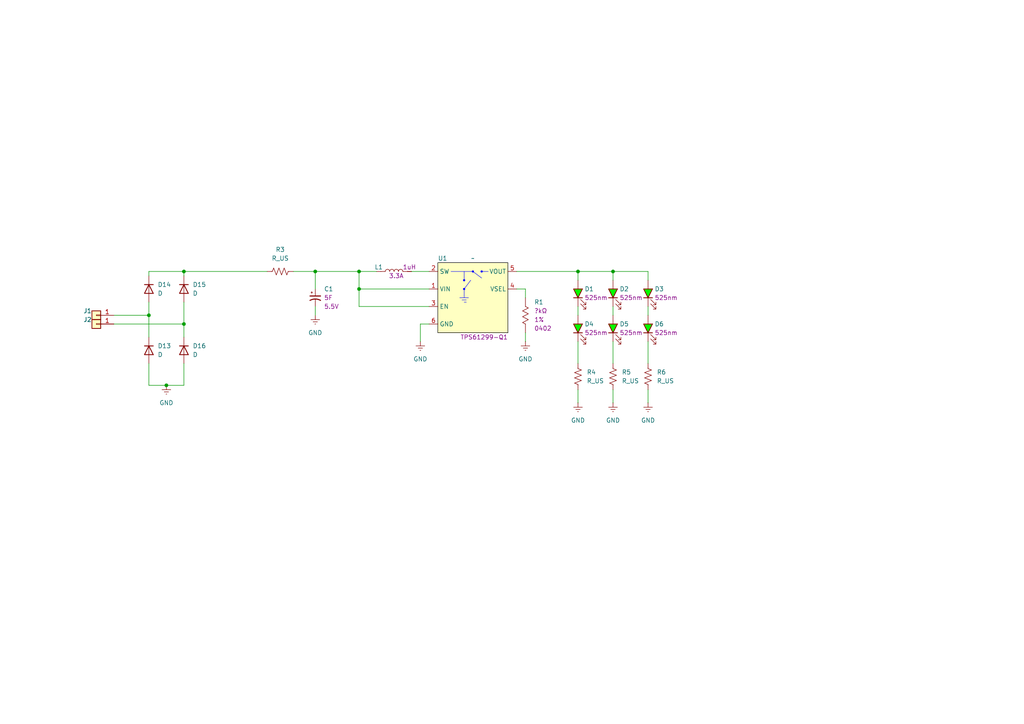
<source format=kicad_sch>
(kicad_sch (version 20250114) (generator "eeschema") (generator_version "9.0")
  (paper "A4")
  (lib_symbols
    (symbol "Connector_Generic:Conn_01x01" (pin_names (offset 1.016) (hide yes))
      (property "Reference" "J" (at 0 2.54 0))
      (property "Value" "Conn_01x01" (at 0 -2.54 0))
      (symbol "Conn_01x01_1_1"
        (rectangle (start -1.27 1.27) (end 1.27 -1.27) (stroke (width 0.254)) (fill (type background)))
        (rectangle (start -1.27 0.127) (end 0 -0.127) (stroke (width 0.1524)))
        (pin passive line (at -5.08 0 0) (length 3.81) (name "Pin_1") (number "1"))
      )
    )
    (symbol "Device:D" (pin_numbers (hide yes)) (pin_names (offset 1.016) (hide yes))
      (property "Reference" "D" (at 0 2.54 0))
      (property "Value" "D" (at 0 -2.54 0))
      (symbol "D_0_1"
        (polyline (pts (xy -1.27 1.27) (xy -1.27 -1.27)) (stroke (width 0.254)))
        (polyline (pts (xy 1.27 1.27) (xy 1.27 -1.27) (xy -1.27 0) (xy 1.27 1.27)) (stroke (width 0.254)))
        (polyline (pts (xy 1.27 0) (xy -1.27 0)))
      )
      (symbol "D_1_1"
        (pin passive line (at -3.81 0 0) (length 2.54) (name "K") (number "1"))
        (pin passive line (at 3.81 0 180) (length 2.54) (name "A") (number "2"))
      )
    )
    (symbol "Device:R_US" (pin_numbers (hide yes)) (pin_names (offset 0))
      (property "Reference" "R" (at 2.54 0 90))
      (property "Value" "R_US" (at -2.54 0 90))
      (symbol "R_US_0_1"
        (polyline (pts (xy 0 2.286) (xy 0 2.54)))
        (polyline (pts (xy 0 2.286) (xy 1.016 1.905) (xy 0 1.524) (xy -1.016 1.143) (xy 0 0.762)))
        (polyline (pts (xy 0 0.762) (xy 1.016 0.381) (xy 0 0) (xy -1.016 -0.381) (xy 0 -0.762)))
        (polyline (pts (xy 0 -0.762) (xy 1.016 -1.143) (xy 0 -1.524) (xy -1.016 -1.905) (xy 0 -2.286)))
        (polyline (pts (xy 0 -2.286) (xy 0 -2.54)))
      )
      (symbol "R_US_1_1"
        (pin passive line (at 0 3.81 270) (length 1.27) (name "~") (number "1"))
        (pin passive line (at 0 -3.81 90) (length 1.27) (name "~") (number "2"))
      )
    )
    (symbol "Prototype Schematic Symbols - Light Up Arrow:Capacitor EDLC 5F 5.5V Diameter=26mm Height=7mm Axial Can THT" (pin_numbers (hide yes)) (pin_names (offset 0.254) (hide yes))
      (property "Reference" "C" (at 2.54 2.54 0))
      (property "Capacitance" "5F" (at 2.54 0 0))
      (property "Voltage" "5.5V" (at 2.54 -2.54 0))
      (symbol "Capacitor EDLC 5F 5.5V Diameter=26mm Height=7mm Axial Can THT_0_1"
        (polyline (pts (xy -1.524 0.508) (xy 1.524 0.508)) (stroke (width 0.3048)))
        (polyline (pts (xy -1.27 1.524) (xy -0.762 1.524)))
        (polyline (pts (xy -1.016 1.27) (xy -1.016 1.778)))
        (arc (start -1.524 -0.762) (mid 0 -0.3734) (end 1.524 -0.762) (stroke (width 0.3048)))
      )
      (symbol "Capacitor EDLC 5F 5.5V Diameter=26mm Height=7mm Axial Can THT_1_1"
        (pin passive line (at 0 2.54 270) (length 2.032) (name "~") (number "1"))
        (pin passive line (at 0 -2.54 90) (length 2.032) (name "~") (number "2"))
      )
    )
    (symbol "Prototype Schematic Symbols - Light Up Arrow:Inductor 1uH 3.3A 1008" (pin_numbers (hide yes)) (pin_names (offset 1.016) (hide yes))
      (property "Reference" "L?" (at -5.08 1.27 0))
      (property "Inductance" "1uH" (at 5.08 1.27 0))
      (property "Current Max" "3.3A" (at 0 -1.27 0))
      (symbol "Inductor 1uH 3.3A 1008_0_1"
        (polyline (pts (xy -2.54 0) (xy -3.81 0)))
        (arc (start -2.54 0) (mid -1.905 0.6323) (end -1.27 0))
        (arc (start -1.27 0) (mid -0.635 0.6323) (end 0 0))
        (arc (start 0 0) (mid 0.635 0.6323) (end 1.27 0))
        (arc (start 1.27 0) (mid 1.905 0.6323) (end 2.54 0))
        (polyline (pts (xy 5.08 0) (xy 2.54 0)))
      )
      (symbol "Inductor 1uH 3.3A 1008_1_1"
        (pin passive line (at -5.08 0 0) (length 1.27) (name "1") (number "1"))
        (pin passive line (at 5.08 0 180) (length 1.27) (name "2") (number "2"))
      )
    )
    (symbol "Prototype Schematic Symbols - Light Up Arrow:LED Green (525nm) 2.9V 20mA 16000mcd SMD-2" (pin_numbers (hide yes)) (pin_names (offset 1.016) (hide yes))
      (property "Reference" "D?" (at 1.905 2.54 0))
      (property "Wavelength" "525nm" (at 1.905 0 0))
      (symbol "LED Green (525nm) 2.9V 20mA 16000mcd SMD-2_0_1"
        (polyline (pts (xy 0.762 -0.508) (xy 2.286 -2.032) (xy 2.286 -1.27) (xy 2.286 -2.032) (xy 1.524 -2.032)))
        (polyline (pts (xy 0.762 -1.778) (xy 2.286 -3.302) (xy 2.286 -2.54) (xy 2.286 -3.302) (xy 1.524 -3.302)))
        (polyline (pts (xy 1.27 0) (xy -1.27 0)) (stroke (width 0.254)))
      )
      (symbol "LED Green (525nm) 2.9V 20mA 16000mcd SMD-2_1_1"
        (polyline (pts (xy 1.27 2.54) (xy -1.27 2.54) (xy 0 0) (xy 1.27 2.54)) (stroke (width 0.254)) (fill (type color) (color 0 255 0 1)))
        (pin passive line (at 0 5.08 270) (length 2.54) (name "A") (number "2"))
        (pin passive line (at 0 -2.54 90) (length 2.54) (name "K") (number "1"))
      )
    )
    (symbol "Prototype Schematic Symbols - Light Up Arrow:Regulator SMPS Boost Vin=0.5-5.5V Vout=1.8-5.5V 3MHz Options{colon} Auto-Pass Through, True Off"
      (property "Reference" "U" (at 0 1.27 0))
      (property "MPN" "TPS61299-Q1" (at 20.32 -21.59 0))
      (symbol "Regulator SMPS Boost Vin=0.5-5.5V Vout=1.8-5.5V 3MHz Options{colon} Auto-Pass Through, True Off_0_1"
        (polyline (pts (xy 3.81 -2.54) (xy 10.16 -2.54)) (stroke (width 0.127) (color 0 0 255 1)))
        (polyline (pts (xy 7.62 -2.54) (xy 7.62 -5.08)) (stroke (width 0.127) (color 0 0 255 1)))
        (circle (center 7.62 -5.08) (radius 0.254) (stroke (width 0.127) (color 0 0 255 1)) (fill (type outline)))
        (polyline (pts (xy 7.62 -7.62) (xy 7.62 -10.16)) (stroke (width 0.127) (color 0 0 255 1)))
        (polyline (pts (xy 7.62 -7.62) (xy 9.525 -5.08)) (stroke (width 0.127) (color 0 0 255 1)))
        (circle (center 7.62 -7.62) (radius 0.254) (stroke (width 0.127) (color 0 0 255 1)) (fill (type outline)))
        (polyline (pts (xy 8.255 -10.795) (xy 6.985 -10.795)) (stroke (width 0.127) (color 0 0 255 1)))
        (polyline (pts (xy 8.255 -11.43) (xy 7.62 -11.43)) (stroke (width 0.127) (color 0 0 255 1)))
        (polyline (pts (xy 8.89 -10.16) (xy 6.35 -10.16)) (stroke (width 0.127) (color 0 0 255 1)))
        (polyline (pts (xy 10.16 -2.54) (xy 12.7 -4.445)) (stroke (width 0.127) (color 0 0 255 1)))
        (circle (center 10.16 -2.54) (radius 0.254) (stroke (width 0.127) (color 0 0 255 1)) (fill (type outline)))
        (circle (center 12.7 -2.54) (radius 0.254) (stroke (width 0.127) (color 0 0 255 1)) (fill (type outline)))
        (polyline (pts (xy 14.605 -2.54) (xy 12.7 -2.54)) (stroke (width 0.127) (color 0 0 255 1)))
      )
      (symbol "Regulator SMPS Boost Vin=0.5-5.5V Vout=1.8-5.5V 3MHz Options{colon} Auto-Pass Through, True Off_1_1"
        (rectangle (start 0 0) (end 20.32 -20.32) (stroke (width 0) (color 0 0 0 1)) (fill (type color) (color 255 255 194 1)))
        (pin power_in line (at -2.54 -2.54 0) (length 2.54) (name "SW") (number "2"))
        (pin power_in line (at -2.54 -7.62 0) (length 2.54) (name "VIN") (number "1"))
        (pin input line (at -2.54 -12.7 0) (length 2.54) (name "EN") (number "3"))
        (pin power_out line (at -2.54 -17.78 0) (length 2.54) (name "GND") (number "6"))
        (pin power_out line (at 22.86 -2.54 180) (length 2.54) (name "VOUT") (number "5"))
        (pin input line (at 22.86 -7.62 180) (length 2.54) (name "VSEL") (number "4"))
      )
    )
    (symbol "Prototype Schematic Symbols - Light Up Arrow:Resistor 1k 0402 1%" (pin_numbers (hide yes))
      (property "Reference" "R" (at 2.54 3.8101 0))
      (property "Resistance" "?kΩ" (at 2.54 1.2701 0))
      (property "Package" "0402" (at 2.54 -3.81 0))
      (property "Tolerance" "1%" (at 2.54 -1.2699 0))
      (symbol "Resistor 1k 0402 1%_0_1"
        (polyline (pts (xy 0.0003 2.5396) (xy 0.8469 2.1163) (xy -0.8463 1.2697) (xy 0.8469 0.4231) (xy -0.8463 -0.4235) (xy 0.8469 -1.2701) (xy -0.8463 -2.1167) (xy 0.0003 -2.54)))
      )
      (symbol "Resistor 1k 0402 1%_1_1"
        (pin bidirectional line (at 0 5.08 270) (length 2.54) (name "") (number "1"))
        (pin bidirectional line (at 0 -5.08 90) (length 2.54) (name "") (number "2"))
      )
    )
    (symbol "power:GNDREF" (power) (pin_numbers (hide yes)) (pin_names (offset 0) (hide yes))
      (property "Value" "GNDREF" (at 0 -3.81 0))
      (symbol "GNDREF_0_1"
        (polyline (pts (xy -0.635 -1.905) (xy 0.635 -1.905)))
        (polyline (pts (xy -0.127 -2.54) (xy 0.127 -2.54)))
        (polyline (pts (xy 0 -1.27) (xy 0 0)))
        (polyline (pts (xy 1.27 -1.27) (xy -1.27 -1.27)))
      )
      (symbol "GNDREF_1_1"
        (pin power_in line (at 0 0 270) (length 0) (name "~") (number "1"))
      )
    )
  )
  (junction (at 167.64 78.74))
  (junction (at 177.8 78.74))
  (junction (at 91.44 78.74))
  (junction (at 43.18 91.44))
  (junction (at 104.14 83.82))
  (junction (at 53.34 93.98))
  (junction (at 104.14 78.74))
  (junction (at 48.26 111.76))
  (junction (at 53.34 78.74))
  (wire (pts (xy 53.34 87.63) (xy 53.34 93.98)))
  (wire (pts (xy 104.14 88.9) (xy 104.14 83.82)))
  (wire (pts (xy 167.64 88.9) (xy 167.64 91.44)))
  (wire (pts (xy 167.64 113.03) (xy 167.64 116.84)))
  (wire (pts (xy 187.96 99.06) (xy 187.96 105.41)))
  (wire (pts (xy 187.96 113.03) (xy 187.96 116.84)))
  (wire (pts (xy 177.8 88.9) (xy 177.8 91.44)))
  (wire (pts (xy 167.64 78.74) (xy 177.8 78.74)))
  (wire (pts (xy 53.34 78.74) (xy 77.47 78.74)))
  (wire (pts (xy 167.64 99.06) (xy 167.64 105.41)))
  (wire (pts (xy 53.34 105.41) (xy 53.34 111.76)))
  (wire (pts (xy 104.14 83.82) (xy 104.14 78.74)))
  (wire (pts (xy 43.18 78.74) (xy 53.34 78.74)))
  (wire (pts (xy 177.8 99.06) (xy 177.8 105.41)))
  (wire (pts (xy 152.4 96.52) (xy 152.4 99.06)))
  (wire (pts (xy 91.44 78.74) (xy 91.44 83.82)))
  (wire (pts (xy 43.18 105.41) (xy 43.18 111.76)))
  (wire (pts (xy 177.8 78.74) (xy 187.96 78.74)))
  (wire (pts (xy 119.38 78.74) (xy 124.46 78.74)))
  (wire (pts (xy 152.4 83.82) (xy 149.86 83.82)))
  (wire (pts (xy 43.18 78.74) (xy 43.18 80.01)))
  (wire (pts (xy 43.18 91.44) (xy 43.18 97.79)))
  (wire (pts (xy 187.96 78.74) (xy 187.96 81.28)))
  (wire (pts (xy 152.4 86.36) (xy 152.4 83.82)))
  (wire (pts (xy 187.96 88.9) (xy 187.96 91.44)))
  (wire (pts (xy 85.09 78.74) (xy 91.44 78.74)))
  (wire (pts (xy 43.18 87.63) (xy 43.18 91.44)))
  (wire (pts (xy 124.46 83.82) (xy 104.14 83.82)))
  (wire (pts (xy 177.8 78.74) (xy 177.8 81.28)))
  (wire (pts (xy 91.44 88.9) (xy 91.44 91.44)))
  (wire (pts (xy 91.44 78.74) (xy 104.14 78.74)))
  (wire (pts (xy 104.14 88.9) (xy 124.46 88.9)))
  (wire (pts (xy 177.8 113.03) (xy 177.8 116.84)))
  (wire (pts (xy 33.02 91.44) (xy 43.18 91.44)))
  (wire (pts (xy 121.92 93.98) (xy 121.92 99.06)))
  (wire (pts (xy 33.02 93.98) (xy 53.34 93.98)))
  (wire (pts (xy 104.14 78.74) (xy 109.22 78.74)))
  (wire (pts (xy 43.18 111.76) (xy 48.26 111.76)))
  (wire (pts (xy 167.64 78.74) (xy 149.86 78.74)))
  (wire (pts (xy 53.34 111.76) (xy 48.26 111.76)))
  (wire (pts (xy 53.34 93.98) (xy 53.34 97.79)))
  (wire (pts (xy 167.64 78.74) (xy 167.64 81.28)))
  (wire (pts (xy 124.46 93.98) (xy 121.92 93.98)))
  (wire (pts (xy 53.34 78.74) (xy 53.34 80.01)))
  (symbol (lib_id "power:GNDREF") (at 48.26 111.76 0) (unit 1)
    (property "Reference" "#PWR09" (effects (hide yes)))
    (property "Value" "GND" (at 48.26 116.84 0))
    (property "Description" "Power symbol creates a global label with name \"GNDREF\" , reference supply ground" (effects (hide yes)))
  )
  (symbol (lib_id "Prototype Schematic Symbols - Light Up Arrow:LED Green (525nm) 2.9V 20mA 16000mcd SMD-2") (at 167.64 96.52 0) (unit 1)
    (property "Reference" "D4" (at 169.545 93.98 0) (effects (justify left)))
    (property "Value" "LED" (effects (hide yes)))
    (property "Footprint" "Vishay VLD.1232G Family LED" (effects (hide yes)))
    (property "Datasheet" "https://www.vishay.com/docs/80003/vldb1232.pdf" (effects (hide yes)))
    (property "Description" "Light emitting diode" (effects (hide yes)))
    (property "Manufacturer" "Vishay" (effects (hide yes)))
    (property "Manufacturer Part Number" "VLDTG1232G-08" (effects (hide yes)))
    (property "Wavelength" "525nm" (at 169.545 96.52 0) (effects (justify left)))
  )
  (symbol (lib_id "Device:R_US") (at 187.96 109.22 180) (unit 1)
    (property "Reference" "R6" (at 190.5 107.9499 0) (effects (justify right)))
    (property "Value" "R_US" (at 190.5 110.4899 0) (effects (justify right)))
    (property "Footprint" "Resistor_SMD:R_0603_1608Metric" (effects (hide yes)))
    (property "Description" "Resistor, US symbol" (effects (hide yes)))
  )
  (symbol (lib_id "Prototype Schematic Symbols - Light Up Arrow:Regulator SMPS Boost Vin=0.5-5.5V Vout=1.8-5.5V 3MHz Options{colon} Auto-Pass Through, True Off") (at 127 76.2 0) (unit 1)
    (property "Reference" "U1" (at 127 74.93 0) (effects (justify left)))
    (property "Value" "~" (at 137.16 74.93 0))
    (property "Footprint" "Package_TO_SOT_SMD:SOT-563" (effects (hide yes)))
    (property "Manufacturer" "Texas Instruments" (effects (hide yes)))
    (property "MPN" "TPS61299-Q1" (at 147.32 97.79 0) (effects (justify right)))
  )
  (symbol (lib_id "Prototype Schematic Symbols - Light Up Arrow:LED Green (525nm) 2.9V 20mA 16000mcd SMD-2") (at 167.64 86.36 0) (unit 1)
    (property "Reference" "D1" (at 169.545 83.82 0) (effects (justify left)))
    (property "Value" "LED" (effects (hide yes)))
    (property "Footprint" "Prototype Footprint - Light Up Arrow:Vishay VLD.1232G Family LED - Right Angle Edge Mount (Non-Standard)" (effects (hide yes)))
    (property "Datasheet" "https://www.vishay.com/docs/80003/vldb1232.pdf" (effects (hide yes)))
    (property "Description" "Light emitting diode" (effects (hide yes)))
    (property "Manufacturer" "Vishay" (effects (hide yes)))
    (property "Manufacturer Part Number" "VLDTG1232G-08" (effects (hide yes)))
    (property "Wavelength" "525nm" (at 169.545 86.36 0) (effects (justify left)))
  )
  (symbol (lib_id "power:GNDREF") (at 152.4 99.06 0) (unit 1)
    (property "Reference" "#PWR05" (effects (hide yes)))
    (property "Value" "GND" (at 152.4 104.14 0))
    (property "Description" "Power symbol creates a global label with name \"GNDREF\" , reference supply ground" (effects (hide yes)))
  )
  (symbol (lib_id "Device:R_US") (at 81.28 78.74 90) (unit 1)
    (property "Reference" "R3" (at 81.28 72.39 90))
    (property "Value" "R_US" (at 81.28 74.93 90))
    (property "Footprint" "Resistor_SMD:R_0603_1608Metric" (effects (hide yes)))
    (property "Description" "Resistor, US symbol" (effects (hide yes)))
  )
  (symbol (lib_id "Connector_Generic:Conn_01x01") (at 27.94 93.98 0) (mirror y) (unit 1)
    (property "Reference" "J2" (at 25.4 92.71 0))
    (property "Value" "Conn_01x01" (effects (hide yes)))
    (property "Footprint" "TestPoint:TestPoint_Loop_D1.80mm_Drill1.0mm_Beaded" (effects (hide yes)))
    (property "Description" "Generic connector, single row, 01x01, script generated (kicad-library-utils/schlib/autogen/connector/)" (effects (hide yes)))
  )
  (symbol (lib_id "Device:D") (at 43.18 83.82 270) (unit 1)
    (property "Reference" "D14" (at 45.72 82.5499 90) (effects (justify left)))
    (property "Value" "D" (at 45.72 85.0899 90) (effects (justify left)))
    (property "Footprint" "Diode_SMD:D_SMA" (effects (hide yes)))
    (property "Description" "Diode" (effects (hide yes)))
    (property "Sim.Device" "D" (effects (hide yes)))
    (property "Sim.Pins" "1=K 2=A" (effects (hide yes)))
  )
  (symbol (lib_id "Device:R_US") (at 167.64 109.22 180) (unit 1)
    (property "Reference" "R4" (at 170.18 107.9499 0) (effects (justify right)))
    (property "Value" "R_US" (at 170.18 110.4899 0) (effects (justify right)))
    (property "Footprint" "Resistor_SMD:R_0603_1608Metric" (effects (hide yes)))
    (property "Description" "Resistor, US symbol" (effects (hide yes)))
  )
  (symbol (lib_id "power:GNDREF") (at 91.44 91.44 0) (unit 1)
    (property "Reference" "#PWR03" (effects (hide yes)))
    (property "Value" "GND" (at 91.44 96.52 0))
    (property "Description" "Power symbol creates a global label with name \"GNDREF\" , reference supply ground" (effects (hide yes)))
  )
  (symbol (lib_id "Prototype Schematic Symbols - Light Up Arrow:LED Green (525nm) 2.9V 20mA 16000mcd SMD-2") (at 187.96 96.52 0) (unit 1)
    (property "Reference" "D6" (at 189.865 93.98 0) (effects (justify left)))
    (property "Value" "LED" (effects (hide yes)))
    (property "Footprint" "Vishay VLD.1232G Family LED" (effects (hide yes)))
    (property "Datasheet" "https://www.vishay.com/docs/80003/vldb1232.pdf" (effects (hide yes)))
    (property "Description" "Light emitting diode" (effects (hide yes)))
    (property "Manufacturer" "Vishay" (effects (hide yes)))
    (property "Manufacturer Part Number" "VLDTG1232G-08" (effects (hide yes)))
    (property "Wavelength" "525nm" (at 189.865 96.52 0) (effects (justify left)))
  )
  (symbol (lib_id "power:GNDREF") (at 187.96 116.84 0) (unit 1)
    (property "Reference" "#PWR08" (effects (hide yes)))
    (property "Value" "GND" (at 187.96 121.92 0))
    (property "Description" "Power symbol creates a global label with name \"GNDREF\" , reference supply ground" (effects (hide yes)))
  )
  (symbol (lib_id "Prototype Schematic Symbols - Light Up Arrow:Resistor 1k 0402 1%") (at 152.4 91.44 0) (unit 1)
    (property "Reference" "R1" (at 154.94 87.6299 0) (effects (justify left)))
    (property "Value" "[Resistance] [Footprint] [Tolerance]" (effects (hide yes)))
    (property "Footprint" "Resistor_SMD:R_0402_1005Metric" (effects (hide yes)))
    (property "Resistance" "?kΩ" (at 154.94 90.1699 0) (effects (justify left)))
    (property "Package" "0402" (at 154.94 95.25 0) (effects (justify left)))
    (property "Tolerance" "1%" (at 154.94 92.7099 0) (effects (justify left)))
    (property "Technology" "SMT" (effects (hide yes)))
  )
  (symbol (lib_id "Device:D") (at 43.18 101.6 270) (unit 1)
    (property "Reference" "D13" (at 45.72 100.3299 90) (effects (justify left)))
    (property "Value" "D" (at 45.72 102.8699 90) (effects (justify left)))
    (property "Footprint" "Diode_SMD:D_SMA" (effects (hide yes)))
    (property "Description" "Diode" (effects (hide yes)))
    (property "Sim.Device" "D" (effects (hide yes)))
    (property "Sim.Pins" "1=K 2=A" (effects (hide yes)))
  )
  (symbol (lib_id "Prototype Schematic Symbols - Light Up Arrow:Capacitor EDLC 5F 5.5V Diameter=26mm Height=7mm Axial Can THT") (at 91.44 86.36 0) (unit 1)
    (property "Reference" "C1" (at 93.98 83.82 0) (effects (justify left)))
    (property "Value" "Capacitor EDLC 5F 5.5V Diameter=26mm Height=7mm Axial Can THT" (effects (hide yes)))
    (property "Footprint" "Prototype Footprint - Light Up Arrow:Capacitor EDLC CDA CE Series H-Type Edge Mount" (effects (hide yes)))
    (property "Description" "Polarized capacitor, small US symbol" (effects (hide yes)))
    (property "Manufacturer" "CDA (Zhifengwei Technology)" (effects (hide yes)))
    (property "MPN" "CE5R5505HF-ZJ" (effects (hide yes)))
    (property "Technology" "Handplace" (effects (hide yes)))
    (property "Capacitance" "5F" (at 93.98 86.36 0) (effects (justify left)))
    (property "Voltage" "5.5V" (at 93.98 88.9 0) (effects (justify left)))
  )
  (symbol (lib_id "Device:D") (at 53.34 83.82 270) (unit 1)
    (property "Reference" "D15" (at 55.88 82.5499 90) (effects (justify left)))
    (property "Value" "D" (at 55.88 85.0899 90) (effects (justify left)))
    (property "Footprint" "Diode_SMD:D_SMA" (effects (hide yes)))
    (property "Description" "Diode" (effects (hide yes)))
    (property "Sim.Device" "D" (effects (hide yes)))
    (property "Sim.Pins" "1=K 2=A" (effects (hide yes)))
  )
  (symbol (lib_id "Device:R_US") (at 177.8 109.22 180) (unit 1)
    (property "Reference" "R5" (at 180.34 107.9499 0) (effects (justify right)))
    (property "Value" "R_US" (at 180.34 110.4899 0) (effects (justify right)))
    (property "Footprint" "Resistor_SMD:R_0603_1608Metric" (effects (hide yes)))
    (property "Description" "Resistor, US symbol" (effects (hide yes)))
  )
  (symbol (lib_id "Prototype Schematic Symbols - Light Up Arrow:LED Green (525nm) 2.9V 20mA 16000mcd SMD-2") (at 187.96 86.36 0) (unit 1)
    (property "Reference" "D3" (at 189.865 83.82 0) (effects (justify left)))
    (property "Value" "LED" (effects (hide yes)))
    (property "Footprint" "Prototype Footprint - Light Up Arrow:Vishay VLD.1232G Family LED - Right Angle Edge Mount (Non-Standard)" (effects (hide yes)))
    (property "Datasheet" "https://www.vishay.com/docs/80003/vldb1232.pdf" (effects (hide yes)))
    (property "Description" "Light emitting diode" (effects (hide yes)))
    (property "Manufacturer" "Vishay" (effects (hide yes)))
    (property "Manufacturer Part Number" "VLDTG1232G-08" (effects (hide yes)))
    (property "Wavelength" "525nm" (at 189.865 86.36 0) (effects (justify left)))
  )
  (symbol (lib_id "Device:D") (at 53.34 101.6 270) (unit 1)
    (property "Reference" "D16" (at 55.88 100.3299 90) (effects (justify left)))
    (property "Value" "D" (at 55.88 102.8699 90) (effects (justify left)))
    (property "Footprint" "Diode_SMD:D_SMA" (effects (hide yes)))
    (property "Description" "Diode" (effects (hide yes)))
    (property "Sim.Device" "D" (effects (hide yes)))
    (property "Sim.Pins" "1=K 2=A" (effects (hide yes)))
  )
  (symbol (lib_id "Prototype Schematic Symbols - Light Up Arrow:LED Green (525nm) 2.9V 20mA 16000mcd SMD-2") (at 177.8 86.36 0) (unit 1)
    (property "Reference" "D2" (at 179.705 83.82 0) (effects (justify left)))
    (property "Value" "LED" (effects (hide yes)))
    (property "Footprint" "Prototype Footprint - Light Up Arrow:Vishay VLD.1232G Family LED - Right Angle Edge Mount (Non-Standard)" (effects (hide yes)))
    (property "Datasheet" "https://www.vishay.com/docs/80003/vldb1232.pdf" (effects (hide yes)))
    (property "Description" "Light emitting diode" (effects (hide yes)))
    (property "Manufacturer" "Vishay" (effects (hide yes)))
    (property "Manufacturer Part Number" "VLDTG1232G-08" (effects (hide yes)))
    (property "Wavelength" "525nm" (at 179.705 86.36 0) (effects (justify left)))
  )
  (symbol (lib_id "power:GNDREF") (at 177.8 116.84 0) (unit 1)
    (property "Reference" "#PWR07" (effects (hide yes)))
    (property "Value" "GND" (at 177.8 121.92 0))
    (property "Description" "Power symbol creates a global label with name \"GNDREF\" , reference supply ground" (effects (hide yes)))
  )
  (symbol (lib_id "power:GNDREF") (at 167.64 116.84 0) (unit 1)
    (property "Reference" "#PWR06" (effects (hide yes)))
    (property "Value" "GND" (at 167.64 121.92 0))
    (property "Description" "Power symbol creates a global label with name \"GNDREF\" , reference supply ground" (effects (hide yes)))
  )
  (symbol (lib_id "power:GNDREF") (at 121.92 99.06 0) (unit 1)
    (property "Reference" "#PWR04" (effects (hide yes)))
    (property "Value" "GND" (at 121.92 104.14 0))
    (property "Description" "Power symbol creates a global label with name \"GNDREF\" , reference supply ground" (effects (hide yes)))
  )
  (symbol (lib_id "Prototype Schematic Symbols - Light Up Arrow:Inductor 1uH 3.3A 1008") (at 114.3 78.74 0) (unit 1)
    (property "Reference" "L1" (at 109.855 77.47 0))
    (property "Value" "Inductor 1uH" (effects (hide yes)))
    (property "Footprint" "Inductor_SMD:L_1008_2520Metric" (effects (hide yes)))
    (property "Description" "Inductor" (effects (hide yes)))
    (property "Manufacturer Part Number" "WIP252012S-1R0MLDG" (effects (hide yes)))
    (property "Manufacturer" "INPAQ Technology" (effects (hide yes)))
    (property "Inductance" "1uH" (at 118.745 77.47 0))
    (property "Current Max" "3.3A" (at 114.935 80.01 0))
  )
  (symbol (lib_id "Prototype Schematic Symbols - Light Up Arrow:LED Green (525nm) 2.9V 20mA 16000mcd SMD-2") (at 177.8 96.52 0) (unit 1)
    (property "Reference" "D5" (at 179.705 93.98 0) (effects (justify left)))
    (property "Value" "LED" (effects (hide yes)))
    (property "Footprint" "Prototype Footprint - Light Up Arrow:Vishay VLD.1232G Family LED - Right Angle Edge Mount (Non-Standard)" (effects (hide yes)))
    (property "Datasheet" "https://www.vishay.com/docs/80003/vldb1232.pdf" (effects (hide yes)))
    (property "Description" "Light emitting diode" (effects (hide yes)))
    (property "Manufacturer" "Vishay" (effects (hide yes)))
    (property "Manufacturer Part Number" "VLDTG1232G-08" (effects (hide yes)))
    (property "Wavelength" "525nm" (at 179.705 96.52 0) (effects (justify left)))
  )
  (symbol (lib_id "Connector_Generic:Conn_01x01") (at 27.94 91.44 0) (mirror y) (unit 1)
    (property "Reference" "J1" (at 25.4 90.17 0))
    (property "Value" "Conn_01x01" (effects (hide yes)))
    (property "Footprint" "TestPoint:TestPoint_Loop_D1.80mm_Drill1.0mm_Beaded" (effects (hide yes)))
    (property "Description" "Generic connector, single row, 01x01, script generated (kicad-library-utils/schlib/autogen/connector/)" (effects (hide yes)))
  )
)
</source>
